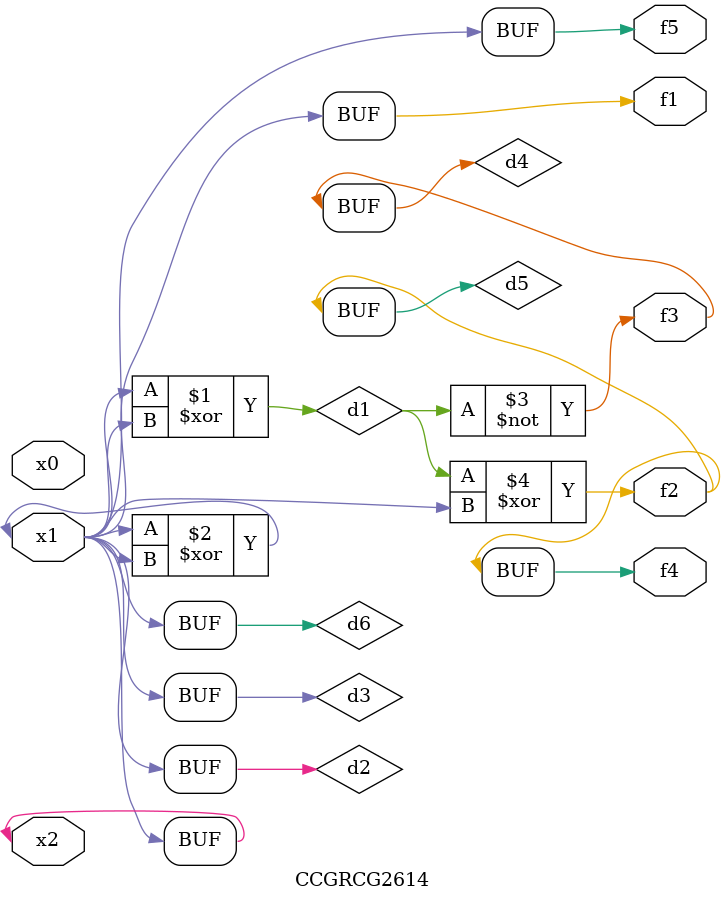
<source format=v>
module CCGRCG2614(
	input x0, x1, x2,
	output f1, f2, f3, f4, f5
);

	wire d1, d2, d3, d4, d5, d6;

	xor (d1, x1, x2);
	buf (d2, x1, x2);
	xor (d3, x1, x2);
	nor (d4, d1);
	xor (d5, d1, d2);
	buf (d6, d2, d3);
	assign f1 = d6;
	assign f2 = d5;
	assign f3 = d4;
	assign f4 = d5;
	assign f5 = d6;
endmodule

</source>
